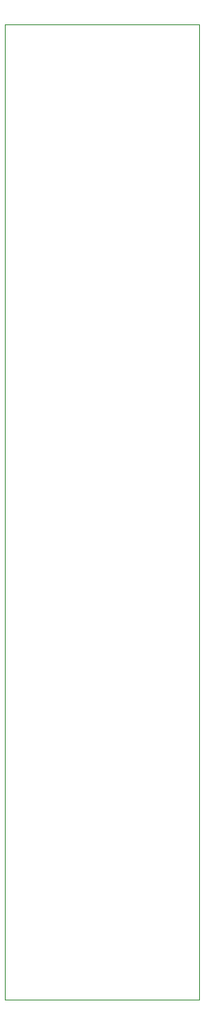
<source format=gbr>
%TF.GenerationSoftware,KiCad,Pcbnew,(5.1.8)-1*%
%TF.CreationDate,2021-01-05T22:18:11+01:00*%
%TF.ProjectId,Paco,5061636f-2e6b-4696-9361-645f70636258,rev?*%
%TF.SameCoordinates,Original*%
%TF.FileFunction,Profile,NP*%
%FSLAX46Y46*%
G04 Gerber Fmt 4.6, Leading zero omitted, Abs format (unit mm)*
G04 Created by KiCad (PCBNEW (5.1.8)-1) date 2021-01-05 22:18:11*
%MOMM*%
%LPD*%
G01*
G04 APERTURE LIST*
%TA.AperFunction,Profile*%
%ADD10C,0.050000*%
%TD*%
G04 APERTURE END LIST*
D10*
X101600000Y-152400000D02*
X101600000Y-50800000D01*
X121920000Y-152400000D02*
X101600000Y-152400000D01*
X121920000Y-50800000D02*
X121920000Y-152400000D01*
X101600000Y-50800000D02*
X121920000Y-50800000D01*
M02*

</source>
